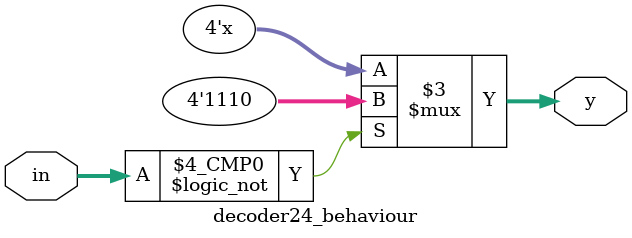
<source format=v>
`timescale 1ns / 1ps

module refresh_counter(input clk, output reg[1:0] cnt_q =0);
    reg [1:0] cnt_d = 0;
    
    always @(posedge clk)
    begin
    
    if(cnt_d == 2'b11)
        cnt_d = 2'b0;
        
    else
    
        cnt_d = cnt_d+1'b1;
        cnt_q<=cnt_d;
    end

endmodule




///////////////////////////



module decoder24_behaviour(
   // input port
   input [1:0] in,

   // use reg to store the output value
   output reg [3:0]y
   // always is used in design block 
   // only in Behavioural modeling.
   );
   
   always @(in)
     begin
           case(in)
                2'b00: y = 4'b1110;
                2'b00: y = 4'b1101;
                2'b00: y = 4'b1011;
                2'b00: y = 4'b0111;
           endcase
     end
endmodule
</source>
